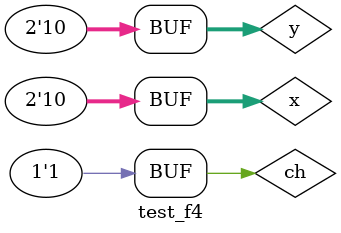
<source format=v>
 
 module f4 (output [1:0] s, input [1:0] a, input [1:0] b, input chave); 
 	 
	 //descrever por portas
	 wire [1:0] saidaAnd;
	 wire [1:0] saidaOr;
	 wire [3:0] saida;
	 wire saidaNot;
 
	 and AND1(saidaAnd[0], a[0], b[0]);
	 and AND2(saidaAnd[1], a[1], b[1]);
	 
	 or OR1(saidaOr[0], a[0], b[0]);
	 or OR2(saidaOr[1], a[1], b[1]);
	 
	 and AND3(saida[0], saidaAnd[0], chave);
	 and AND4(saida[1], saidaAnd[1], chave);
	 
	 and AND5(saida[2], saidaOr[0], saidaNot);
	 and AND6(saida[3], saidaOr[1], saidaNot);
	 
	 not NOT1(saidaNot, chave);
	 
	 or OR5(s[0], saida[0], saida[2]);
	 or OR6(s[1], saida[1], saida[3]);
 
 endmodule // f4
 
 module test_f4; 
 // ------------------------- definir dados 
 reg [1:0] x; 
 reg [1:0] y; 
 reg ch;
 wire [1:0] s; 
 
 f4 modulo (s, x, y, ch);
 
initial begin 

	//----------------------- identificar
	$display("Exemplo0032 - Jenifer Henrique - 427420"); 
	$display("Test LU's module"); 
	
	$monitor("Resultado chave = %1b\n x = %2b \t y = %2b \t Resultado -> %2b\n", ch, x, y, s);
	#1 x = 2'b01; y = 2'b10; ch = 0; 
   #1 x = 2'b01; y = 2'b10; ch = 1;  
   #1 x = 2'b11; y = 2'b00; ch = 0;
   #1 x = 2'b11; y = 2'b00; ch = 1; 
	#1 x = 2'b01; y = 2'b00; ch = 0;
   #1 x = 2'b01; y = 2'b00; ch = 1; 
   #1 x = 2'b10; y = 2'b10; ch = 0;
   #1 x = 2'b10; y = 2'b10; ch = 1;   

 end 
 endmodule // test_f4
</source>
